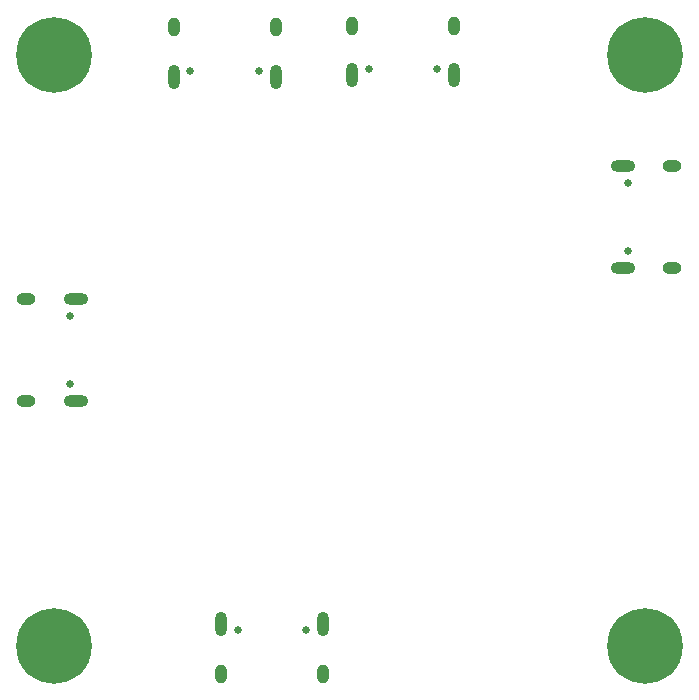
<source format=gbr>
%TF.GenerationSoftware,KiCad,Pcbnew,9.0.1*%
%TF.CreationDate,2025-04-07T20:17:48+02:00*%
%TF.ProjectId,PCB_COM,5043425f-434f-44d2-9e6b-696361645f70,rev?*%
%TF.SameCoordinates,Original*%
%TF.FileFunction,Soldermask,Bot*%
%TF.FilePolarity,Negative*%
%FSLAX46Y46*%
G04 Gerber Fmt 4.6, Leading zero omitted, Abs format (unit mm)*
G04 Created by KiCad (PCBNEW 9.0.1) date 2025-04-07 20:17:48*
%MOMM*%
%LPD*%
G01*
G04 APERTURE LIST*
%ADD10O,1.600000X1.000000*%
%ADD11O,2.100000X1.000000*%
%ADD12C,0.650000*%
%ADD13O,1.000000X1.600000*%
%ADD14O,1.000000X2.100000*%
%ADD15C,0.800000*%
%ADD16C,6.400000*%
G04 APERTURE END LIST*
D10*
%TO.C,J2*%
X120625000Y-104320000D03*
D11*
X124805000Y-104320000D03*
D10*
X120625000Y-95680000D03*
D11*
X124805000Y-95680000D03*
D12*
X124305000Y-102890000D03*
X124305000Y-97110000D03*
%TD*%
D13*
%TO.C,J6*%
X145720000Y-127375000D03*
D14*
X145720000Y-123195000D03*
D13*
X137080000Y-127375000D03*
D14*
X137080000Y-123195000D03*
D12*
X144290000Y-123695000D03*
X138510000Y-123695000D03*
%TD*%
D10*
%TO.C,J4*%
X175275000Y-84380000D03*
D11*
X171095000Y-84380000D03*
D10*
X175275000Y-93020000D03*
D11*
X171095000Y-93020000D03*
D12*
X171595000Y-85810000D03*
X171595000Y-91590000D03*
%TD*%
D13*
%TO.C,J5*%
X133080000Y-72665000D03*
D14*
X133080000Y-76845000D03*
D13*
X141720000Y-72665000D03*
D14*
X141720000Y-76845000D03*
D12*
X134510000Y-76345000D03*
X140290000Y-76345000D03*
%TD*%
D13*
%TO.C,J3*%
X148180000Y-72525000D03*
D14*
X148180000Y-76705000D03*
D13*
X156820000Y-72525000D03*
D14*
X156820000Y-76705000D03*
D12*
X149610000Y-76205000D03*
X155390000Y-76205000D03*
%TD*%
D15*
%TO.C,H4*%
X175400000Y-125000000D03*
X174697056Y-126697056D03*
X174697056Y-123302944D03*
X173000000Y-127400000D03*
D16*
X173000000Y-125000000D03*
D15*
X173000000Y-122600000D03*
X171302944Y-126697056D03*
X171302944Y-123302944D03*
X170600000Y-125000000D03*
%TD*%
%TO.C,H2*%
X175400000Y-75000000D03*
X174697056Y-76697056D03*
X174697056Y-73302944D03*
X173000000Y-77400000D03*
D16*
X173000000Y-75000000D03*
D15*
X173000000Y-72600000D03*
X171302944Y-76697056D03*
X171302944Y-73302944D03*
X170600000Y-75000000D03*
%TD*%
%TO.C,H1*%
X125400000Y-75000000D03*
X124697056Y-76697056D03*
X124697056Y-73302944D03*
X123000000Y-77400000D03*
D16*
X123000000Y-75000000D03*
D15*
X123000000Y-72600000D03*
X121302944Y-76697056D03*
X121302944Y-73302944D03*
X120600000Y-75000000D03*
%TD*%
%TO.C,H3*%
X125400000Y-125000000D03*
X124697056Y-126697056D03*
X124697056Y-123302944D03*
X123000000Y-127400000D03*
D16*
X123000000Y-125000000D03*
D15*
X123000000Y-122600000D03*
X121302944Y-126697056D03*
X121302944Y-123302944D03*
X120600000Y-125000000D03*
%TD*%
M02*

</source>
